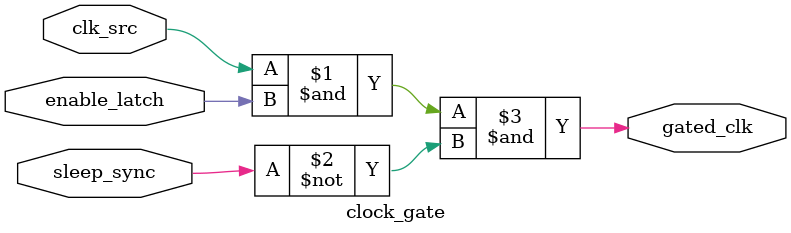
<source format=sv>
module gated_clk_sleep(
    input  wire clk_src,
    input  wire sleep,
    input  wire enable,
    output wire gated_clk
);
    // Internal signals
    wire enable_latch_comb;
    wire sleep_sync;
    
    // Instantiate sequential logic module (moved register earlier in pipeline)
    latch_control seq_logic (
        .clk_src        (clk_src),
        .sleep          (sleep),
        .enable         (enable),
        .enable_latch   (enable_latch_comb),
        .sleep_sync     (sleep_sync)
    );

    // Instantiate combinational logic module (simplified)
    clock_gate comb_logic (
        .clk_src        (clk_src),
        .sleep_sync     (sleep_sync),
        .enable_latch   (enable_latch_comb),
        .gated_clk      (gated_clk)
    );
endmodule

//===========================================================================
// Sequential Logic Module (Retimed)
//===========================================================================
module latch_control (
    input  wire clk_src,
    input  wire sleep,
    input  wire enable,
    output reg  enable_latch,
    output reg  sleep_sync
);
    // Register sleep signal (register retiming - moving register earlier)
    always @(negedge clk_src or posedge sleep) begin
        if (sleep)
            sleep_sync <= 1'b1;
        else
            sleep_sync <= sleep;
    end
    
    // Latch enable signal on negative edge (sequential logic)
    always @(negedge clk_src or posedge sleep) begin
        if (sleep)
            enable_latch <= 1'b0;
        else
            enable_latch <= enable;
    end
endmodule

//===========================================================================
// Combinational Logic Module (Simplified)
//===========================================================================
module clock_gate (
    input  wire clk_src,
    input  wire sleep_sync,
    input  wire enable_latch,
    output wire gated_clk
);
    // Gate the clock (pure combinational logic - simplified critical path)
    assign gated_clk = clk_src & enable_latch & ~sleep_sync;
endmodule
</source>
